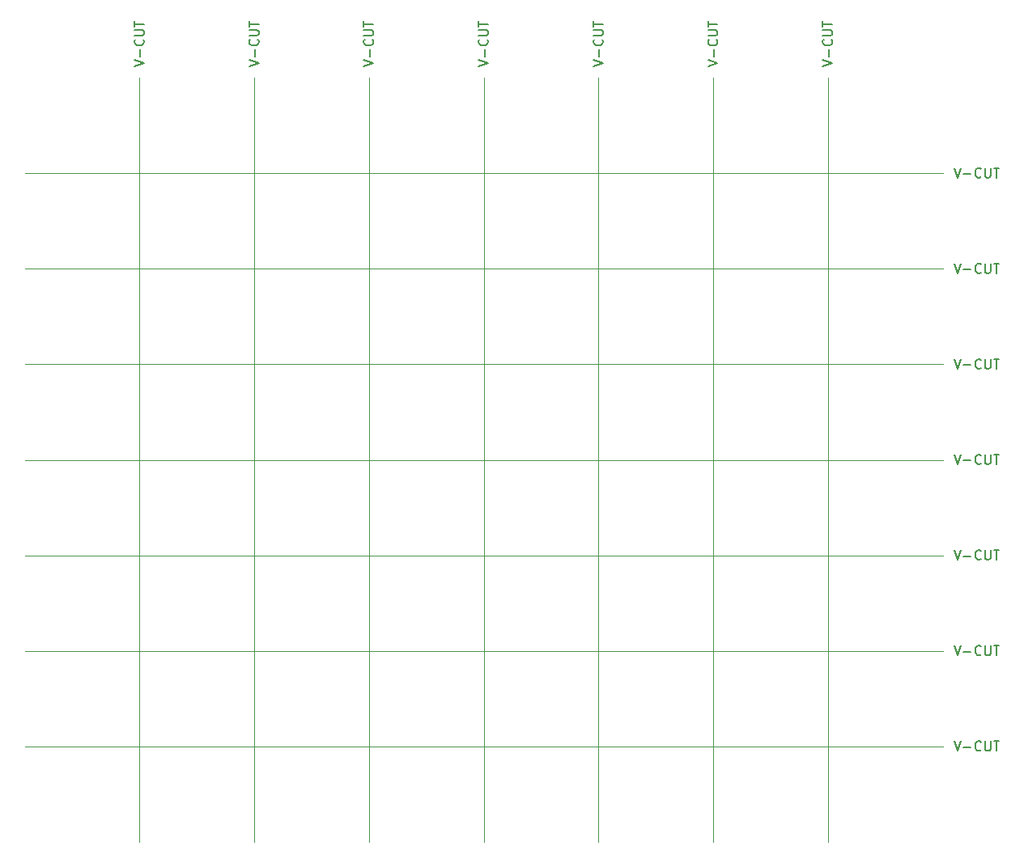
<source format=gbr>
%TF.GenerationSoftware,KiCad,Pcbnew,8.0.5*%
%TF.CreationDate,2024-10-23T08:28:05+02:00*%
%TF.ProjectId,ws2812b_carry,77733238-3132-4625-9f63-617272792e6b,rev?*%
%TF.SameCoordinates,Original*%
%TF.FileFunction,Other,User*%
%FSLAX46Y46*%
G04 Gerber Fmt 4.6, Leading zero omitted, Abs format (unit mm)*
G04 Created by KiCad (PCBNEW 8.0.5) date 2024-10-23 08:28:05*
%MOMM*%
%LPD*%
G01*
G04 APERTURE LIST*
%ADD10C,0.150000*%
%ADD11C,0.100000*%
G04 APERTURE END LIST*
D10*
X147454819Y-23806077D02*
X148454819Y-23472744D01*
X148454819Y-23472744D02*
X147454819Y-23139411D01*
X148073866Y-22806077D02*
X148073866Y-22044173D01*
X148359580Y-20996554D02*
X148407200Y-21044173D01*
X148407200Y-21044173D02*
X148454819Y-21187030D01*
X148454819Y-21187030D02*
X148454819Y-21282268D01*
X148454819Y-21282268D02*
X148407200Y-21425125D01*
X148407200Y-21425125D02*
X148311961Y-21520363D01*
X148311961Y-21520363D02*
X148216723Y-21567982D01*
X148216723Y-21567982D02*
X148026247Y-21615601D01*
X148026247Y-21615601D02*
X147883390Y-21615601D01*
X147883390Y-21615601D02*
X147692914Y-21567982D01*
X147692914Y-21567982D02*
X147597676Y-21520363D01*
X147597676Y-21520363D02*
X147502438Y-21425125D01*
X147502438Y-21425125D02*
X147454819Y-21282268D01*
X147454819Y-21282268D02*
X147454819Y-21187030D01*
X147454819Y-21187030D02*
X147502438Y-21044173D01*
X147502438Y-21044173D02*
X147550057Y-20996554D01*
X147454819Y-20567982D02*
X148264342Y-20567982D01*
X148264342Y-20567982D02*
X148359580Y-20520363D01*
X148359580Y-20520363D02*
X148407200Y-20472744D01*
X148407200Y-20472744D02*
X148454819Y-20377506D01*
X148454819Y-20377506D02*
X148454819Y-20187030D01*
X148454819Y-20187030D02*
X148407200Y-20091792D01*
X148407200Y-20091792D02*
X148359580Y-20044173D01*
X148359580Y-20044173D02*
X148264342Y-19996554D01*
X148264342Y-19996554D02*
X147454819Y-19996554D01*
X147454819Y-19663220D02*
X147454819Y-19091792D01*
X148454819Y-19377506D02*
X147454819Y-19377506D01*
X135454819Y-23806077D02*
X136454819Y-23472744D01*
X136454819Y-23472744D02*
X135454819Y-23139411D01*
X136073866Y-22806077D02*
X136073866Y-22044173D01*
X136359580Y-20996554D02*
X136407200Y-21044173D01*
X136407200Y-21044173D02*
X136454819Y-21187030D01*
X136454819Y-21187030D02*
X136454819Y-21282268D01*
X136454819Y-21282268D02*
X136407200Y-21425125D01*
X136407200Y-21425125D02*
X136311961Y-21520363D01*
X136311961Y-21520363D02*
X136216723Y-21567982D01*
X136216723Y-21567982D02*
X136026247Y-21615601D01*
X136026247Y-21615601D02*
X135883390Y-21615601D01*
X135883390Y-21615601D02*
X135692914Y-21567982D01*
X135692914Y-21567982D02*
X135597676Y-21520363D01*
X135597676Y-21520363D02*
X135502438Y-21425125D01*
X135502438Y-21425125D02*
X135454819Y-21282268D01*
X135454819Y-21282268D02*
X135454819Y-21187030D01*
X135454819Y-21187030D02*
X135502438Y-21044173D01*
X135502438Y-21044173D02*
X135550057Y-20996554D01*
X135454819Y-20567982D02*
X136264342Y-20567982D01*
X136264342Y-20567982D02*
X136359580Y-20520363D01*
X136359580Y-20520363D02*
X136407200Y-20472744D01*
X136407200Y-20472744D02*
X136454819Y-20377506D01*
X136454819Y-20377506D02*
X136454819Y-20187030D01*
X136454819Y-20187030D02*
X136407200Y-20091792D01*
X136407200Y-20091792D02*
X136359580Y-20044173D01*
X136359580Y-20044173D02*
X136264342Y-19996554D01*
X136264342Y-19996554D02*
X135454819Y-19996554D01*
X135454819Y-19663220D02*
X135454819Y-19091792D01*
X136454819Y-19377506D02*
X135454819Y-19377506D01*
X123454819Y-23806077D02*
X124454819Y-23472744D01*
X124454819Y-23472744D02*
X123454819Y-23139411D01*
X124073866Y-22806077D02*
X124073866Y-22044173D01*
X124359580Y-20996554D02*
X124407200Y-21044173D01*
X124407200Y-21044173D02*
X124454819Y-21187030D01*
X124454819Y-21187030D02*
X124454819Y-21282268D01*
X124454819Y-21282268D02*
X124407200Y-21425125D01*
X124407200Y-21425125D02*
X124311961Y-21520363D01*
X124311961Y-21520363D02*
X124216723Y-21567982D01*
X124216723Y-21567982D02*
X124026247Y-21615601D01*
X124026247Y-21615601D02*
X123883390Y-21615601D01*
X123883390Y-21615601D02*
X123692914Y-21567982D01*
X123692914Y-21567982D02*
X123597676Y-21520363D01*
X123597676Y-21520363D02*
X123502438Y-21425125D01*
X123502438Y-21425125D02*
X123454819Y-21282268D01*
X123454819Y-21282268D02*
X123454819Y-21187030D01*
X123454819Y-21187030D02*
X123502438Y-21044173D01*
X123502438Y-21044173D02*
X123550057Y-20996554D01*
X123454819Y-20567982D02*
X124264342Y-20567982D01*
X124264342Y-20567982D02*
X124359580Y-20520363D01*
X124359580Y-20520363D02*
X124407200Y-20472744D01*
X124407200Y-20472744D02*
X124454819Y-20377506D01*
X124454819Y-20377506D02*
X124454819Y-20187030D01*
X124454819Y-20187030D02*
X124407200Y-20091792D01*
X124407200Y-20091792D02*
X124359580Y-20044173D01*
X124359580Y-20044173D02*
X124264342Y-19996554D01*
X124264342Y-19996554D02*
X123454819Y-19996554D01*
X123454819Y-19663220D02*
X123454819Y-19091792D01*
X124454819Y-19377506D02*
X123454819Y-19377506D01*
X111454819Y-23806077D02*
X112454819Y-23472744D01*
X112454819Y-23472744D02*
X111454819Y-23139411D01*
X112073866Y-22806077D02*
X112073866Y-22044173D01*
X112359580Y-20996554D02*
X112407200Y-21044173D01*
X112407200Y-21044173D02*
X112454819Y-21187030D01*
X112454819Y-21187030D02*
X112454819Y-21282268D01*
X112454819Y-21282268D02*
X112407200Y-21425125D01*
X112407200Y-21425125D02*
X112311961Y-21520363D01*
X112311961Y-21520363D02*
X112216723Y-21567982D01*
X112216723Y-21567982D02*
X112026247Y-21615601D01*
X112026247Y-21615601D02*
X111883390Y-21615601D01*
X111883390Y-21615601D02*
X111692914Y-21567982D01*
X111692914Y-21567982D02*
X111597676Y-21520363D01*
X111597676Y-21520363D02*
X111502438Y-21425125D01*
X111502438Y-21425125D02*
X111454819Y-21282268D01*
X111454819Y-21282268D02*
X111454819Y-21187030D01*
X111454819Y-21187030D02*
X111502438Y-21044173D01*
X111502438Y-21044173D02*
X111550057Y-20996554D01*
X111454819Y-20567982D02*
X112264342Y-20567982D01*
X112264342Y-20567982D02*
X112359580Y-20520363D01*
X112359580Y-20520363D02*
X112407200Y-20472744D01*
X112407200Y-20472744D02*
X112454819Y-20377506D01*
X112454819Y-20377506D02*
X112454819Y-20187030D01*
X112454819Y-20187030D02*
X112407200Y-20091792D01*
X112407200Y-20091792D02*
X112359580Y-20044173D01*
X112359580Y-20044173D02*
X112264342Y-19996554D01*
X112264342Y-19996554D02*
X111454819Y-19996554D01*
X111454819Y-19663220D02*
X111454819Y-19091792D01*
X112454819Y-19377506D02*
X111454819Y-19377506D01*
X99454819Y-23806077D02*
X100454819Y-23472744D01*
X100454819Y-23472744D02*
X99454819Y-23139411D01*
X100073866Y-22806077D02*
X100073866Y-22044173D01*
X100359580Y-20996554D02*
X100407200Y-21044173D01*
X100407200Y-21044173D02*
X100454819Y-21187030D01*
X100454819Y-21187030D02*
X100454819Y-21282268D01*
X100454819Y-21282268D02*
X100407200Y-21425125D01*
X100407200Y-21425125D02*
X100311961Y-21520363D01*
X100311961Y-21520363D02*
X100216723Y-21567982D01*
X100216723Y-21567982D02*
X100026247Y-21615601D01*
X100026247Y-21615601D02*
X99883390Y-21615601D01*
X99883390Y-21615601D02*
X99692914Y-21567982D01*
X99692914Y-21567982D02*
X99597676Y-21520363D01*
X99597676Y-21520363D02*
X99502438Y-21425125D01*
X99502438Y-21425125D02*
X99454819Y-21282268D01*
X99454819Y-21282268D02*
X99454819Y-21187030D01*
X99454819Y-21187030D02*
X99502438Y-21044173D01*
X99502438Y-21044173D02*
X99550057Y-20996554D01*
X99454819Y-20567982D02*
X100264342Y-20567982D01*
X100264342Y-20567982D02*
X100359580Y-20520363D01*
X100359580Y-20520363D02*
X100407200Y-20472744D01*
X100407200Y-20472744D02*
X100454819Y-20377506D01*
X100454819Y-20377506D02*
X100454819Y-20187030D01*
X100454819Y-20187030D02*
X100407200Y-20091792D01*
X100407200Y-20091792D02*
X100359580Y-20044173D01*
X100359580Y-20044173D02*
X100264342Y-19996554D01*
X100264342Y-19996554D02*
X99454819Y-19996554D01*
X99454819Y-19663220D02*
X99454819Y-19091792D01*
X100454819Y-19377506D02*
X99454819Y-19377506D01*
X87454819Y-23806077D02*
X88454819Y-23472744D01*
X88454819Y-23472744D02*
X87454819Y-23139411D01*
X88073866Y-22806077D02*
X88073866Y-22044173D01*
X88359580Y-20996554D02*
X88407200Y-21044173D01*
X88407200Y-21044173D02*
X88454819Y-21187030D01*
X88454819Y-21187030D02*
X88454819Y-21282268D01*
X88454819Y-21282268D02*
X88407200Y-21425125D01*
X88407200Y-21425125D02*
X88311961Y-21520363D01*
X88311961Y-21520363D02*
X88216723Y-21567982D01*
X88216723Y-21567982D02*
X88026247Y-21615601D01*
X88026247Y-21615601D02*
X87883390Y-21615601D01*
X87883390Y-21615601D02*
X87692914Y-21567982D01*
X87692914Y-21567982D02*
X87597676Y-21520363D01*
X87597676Y-21520363D02*
X87502438Y-21425125D01*
X87502438Y-21425125D02*
X87454819Y-21282268D01*
X87454819Y-21282268D02*
X87454819Y-21187030D01*
X87454819Y-21187030D02*
X87502438Y-21044173D01*
X87502438Y-21044173D02*
X87550057Y-20996554D01*
X87454819Y-20567982D02*
X88264342Y-20567982D01*
X88264342Y-20567982D02*
X88359580Y-20520363D01*
X88359580Y-20520363D02*
X88407200Y-20472744D01*
X88407200Y-20472744D02*
X88454819Y-20377506D01*
X88454819Y-20377506D02*
X88454819Y-20187030D01*
X88454819Y-20187030D02*
X88407200Y-20091792D01*
X88407200Y-20091792D02*
X88359580Y-20044173D01*
X88359580Y-20044173D02*
X88264342Y-19996554D01*
X88264342Y-19996554D02*
X87454819Y-19996554D01*
X87454819Y-19663220D02*
X87454819Y-19091792D01*
X88454819Y-19377506D02*
X87454819Y-19377506D01*
X75454819Y-23806077D02*
X76454819Y-23472744D01*
X76454819Y-23472744D02*
X75454819Y-23139411D01*
X76073866Y-22806077D02*
X76073866Y-22044173D01*
X76359580Y-20996554D02*
X76407200Y-21044173D01*
X76407200Y-21044173D02*
X76454819Y-21187030D01*
X76454819Y-21187030D02*
X76454819Y-21282268D01*
X76454819Y-21282268D02*
X76407200Y-21425125D01*
X76407200Y-21425125D02*
X76311961Y-21520363D01*
X76311961Y-21520363D02*
X76216723Y-21567982D01*
X76216723Y-21567982D02*
X76026247Y-21615601D01*
X76026247Y-21615601D02*
X75883390Y-21615601D01*
X75883390Y-21615601D02*
X75692914Y-21567982D01*
X75692914Y-21567982D02*
X75597676Y-21520363D01*
X75597676Y-21520363D02*
X75502438Y-21425125D01*
X75502438Y-21425125D02*
X75454819Y-21282268D01*
X75454819Y-21282268D02*
X75454819Y-21187030D01*
X75454819Y-21187030D02*
X75502438Y-21044173D01*
X75502438Y-21044173D02*
X75550057Y-20996554D01*
X75454819Y-20567982D02*
X76264342Y-20567982D01*
X76264342Y-20567982D02*
X76359580Y-20520363D01*
X76359580Y-20520363D02*
X76407200Y-20472744D01*
X76407200Y-20472744D02*
X76454819Y-20377506D01*
X76454819Y-20377506D02*
X76454819Y-20187030D01*
X76454819Y-20187030D02*
X76407200Y-20091792D01*
X76407200Y-20091792D02*
X76359580Y-20044173D01*
X76359580Y-20044173D02*
X76264342Y-19996554D01*
X76264342Y-19996554D02*
X75454819Y-19996554D01*
X75454819Y-19663220D02*
X75454819Y-19091792D01*
X76454819Y-19377506D02*
X75454819Y-19377506D01*
X161193922Y-94454819D02*
X161527255Y-95454819D01*
X161527255Y-95454819D02*
X161860588Y-94454819D01*
X162193922Y-95073866D02*
X162955827Y-95073866D01*
X164003445Y-95359580D02*
X163955826Y-95407200D01*
X163955826Y-95407200D02*
X163812969Y-95454819D01*
X163812969Y-95454819D02*
X163717731Y-95454819D01*
X163717731Y-95454819D02*
X163574874Y-95407200D01*
X163574874Y-95407200D02*
X163479636Y-95311961D01*
X163479636Y-95311961D02*
X163432017Y-95216723D01*
X163432017Y-95216723D02*
X163384398Y-95026247D01*
X163384398Y-95026247D02*
X163384398Y-94883390D01*
X163384398Y-94883390D02*
X163432017Y-94692914D01*
X163432017Y-94692914D02*
X163479636Y-94597676D01*
X163479636Y-94597676D02*
X163574874Y-94502438D01*
X163574874Y-94502438D02*
X163717731Y-94454819D01*
X163717731Y-94454819D02*
X163812969Y-94454819D01*
X163812969Y-94454819D02*
X163955826Y-94502438D01*
X163955826Y-94502438D02*
X164003445Y-94550057D01*
X164432017Y-94454819D02*
X164432017Y-95264342D01*
X164432017Y-95264342D02*
X164479636Y-95359580D01*
X164479636Y-95359580D02*
X164527255Y-95407200D01*
X164527255Y-95407200D02*
X164622493Y-95454819D01*
X164622493Y-95454819D02*
X164812969Y-95454819D01*
X164812969Y-95454819D02*
X164908207Y-95407200D01*
X164908207Y-95407200D02*
X164955826Y-95359580D01*
X164955826Y-95359580D02*
X165003445Y-95264342D01*
X165003445Y-95264342D02*
X165003445Y-94454819D01*
X165336779Y-94454819D02*
X165908207Y-94454819D01*
X165622493Y-95454819D02*
X165622493Y-94454819D01*
X161193922Y-84454819D02*
X161527255Y-85454819D01*
X161527255Y-85454819D02*
X161860588Y-84454819D01*
X162193922Y-85073866D02*
X162955827Y-85073866D01*
X164003445Y-85359580D02*
X163955826Y-85407200D01*
X163955826Y-85407200D02*
X163812969Y-85454819D01*
X163812969Y-85454819D02*
X163717731Y-85454819D01*
X163717731Y-85454819D02*
X163574874Y-85407200D01*
X163574874Y-85407200D02*
X163479636Y-85311961D01*
X163479636Y-85311961D02*
X163432017Y-85216723D01*
X163432017Y-85216723D02*
X163384398Y-85026247D01*
X163384398Y-85026247D02*
X163384398Y-84883390D01*
X163384398Y-84883390D02*
X163432017Y-84692914D01*
X163432017Y-84692914D02*
X163479636Y-84597676D01*
X163479636Y-84597676D02*
X163574874Y-84502438D01*
X163574874Y-84502438D02*
X163717731Y-84454819D01*
X163717731Y-84454819D02*
X163812969Y-84454819D01*
X163812969Y-84454819D02*
X163955826Y-84502438D01*
X163955826Y-84502438D02*
X164003445Y-84550057D01*
X164432017Y-84454819D02*
X164432017Y-85264342D01*
X164432017Y-85264342D02*
X164479636Y-85359580D01*
X164479636Y-85359580D02*
X164527255Y-85407200D01*
X164527255Y-85407200D02*
X164622493Y-85454819D01*
X164622493Y-85454819D02*
X164812969Y-85454819D01*
X164812969Y-85454819D02*
X164908207Y-85407200D01*
X164908207Y-85407200D02*
X164955826Y-85359580D01*
X164955826Y-85359580D02*
X165003445Y-85264342D01*
X165003445Y-85264342D02*
X165003445Y-84454819D01*
X165336779Y-84454819D02*
X165908207Y-84454819D01*
X165622493Y-85454819D02*
X165622493Y-84454819D01*
X161193922Y-74454819D02*
X161527255Y-75454819D01*
X161527255Y-75454819D02*
X161860588Y-74454819D01*
X162193922Y-75073866D02*
X162955827Y-75073866D01*
X164003445Y-75359580D02*
X163955826Y-75407200D01*
X163955826Y-75407200D02*
X163812969Y-75454819D01*
X163812969Y-75454819D02*
X163717731Y-75454819D01*
X163717731Y-75454819D02*
X163574874Y-75407200D01*
X163574874Y-75407200D02*
X163479636Y-75311961D01*
X163479636Y-75311961D02*
X163432017Y-75216723D01*
X163432017Y-75216723D02*
X163384398Y-75026247D01*
X163384398Y-75026247D02*
X163384398Y-74883390D01*
X163384398Y-74883390D02*
X163432017Y-74692914D01*
X163432017Y-74692914D02*
X163479636Y-74597676D01*
X163479636Y-74597676D02*
X163574874Y-74502438D01*
X163574874Y-74502438D02*
X163717731Y-74454819D01*
X163717731Y-74454819D02*
X163812969Y-74454819D01*
X163812969Y-74454819D02*
X163955826Y-74502438D01*
X163955826Y-74502438D02*
X164003445Y-74550057D01*
X164432017Y-74454819D02*
X164432017Y-75264342D01*
X164432017Y-75264342D02*
X164479636Y-75359580D01*
X164479636Y-75359580D02*
X164527255Y-75407200D01*
X164527255Y-75407200D02*
X164622493Y-75454819D01*
X164622493Y-75454819D02*
X164812969Y-75454819D01*
X164812969Y-75454819D02*
X164908207Y-75407200D01*
X164908207Y-75407200D02*
X164955826Y-75359580D01*
X164955826Y-75359580D02*
X165003445Y-75264342D01*
X165003445Y-75264342D02*
X165003445Y-74454819D01*
X165336779Y-74454819D02*
X165908207Y-74454819D01*
X165622493Y-75454819D02*
X165622493Y-74454819D01*
X161193922Y-64454819D02*
X161527255Y-65454819D01*
X161527255Y-65454819D02*
X161860588Y-64454819D01*
X162193922Y-65073866D02*
X162955827Y-65073866D01*
X164003445Y-65359580D02*
X163955826Y-65407200D01*
X163955826Y-65407200D02*
X163812969Y-65454819D01*
X163812969Y-65454819D02*
X163717731Y-65454819D01*
X163717731Y-65454819D02*
X163574874Y-65407200D01*
X163574874Y-65407200D02*
X163479636Y-65311961D01*
X163479636Y-65311961D02*
X163432017Y-65216723D01*
X163432017Y-65216723D02*
X163384398Y-65026247D01*
X163384398Y-65026247D02*
X163384398Y-64883390D01*
X163384398Y-64883390D02*
X163432017Y-64692914D01*
X163432017Y-64692914D02*
X163479636Y-64597676D01*
X163479636Y-64597676D02*
X163574874Y-64502438D01*
X163574874Y-64502438D02*
X163717731Y-64454819D01*
X163717731Y-64454819D02*
X163812969Y-64454819D01*
X163812969Y-64454819D02*
X163955826Y-64502438D01*
X163955826Y-64502438D02*
X164003445Y-64550057D01*
X164432017Y-64454819D02*
X164432017Y-65264342D01*
X164432017Y-65264342D02*
X164479636Y-65359580D01*
X164479636Y-65359580D02*
X164527255Y-65407200D01*
X164527255Y-65407200D02*
X164622493Y-65454819D01*
X164622493Y-65454819D02*
X164812969Y-65454819D01*
X164812969Y-65454819D02*
X164908207Y-65407200D01*
X164908207Y-65407200D02*
X164955826Y-65359580D01*
X164955826Y-65359580D02*
X165003445Y-65264342D01*
X165003445Y-65264342D02*
X165003445Y-64454819D01*
X165336779Y-64454819D02*
X165908207Y-64454819D01*
X165622493Y-65454819D02*
X165622493Y-64454819D01*
X161193922Y-54454819D02*
X161527255Y-55454819D01*
X161527255Y-55454819D02*
X161860588Y-54454819D01*
X162193922Y-55073866D02*
X162955827Y-55073866D01*
X164003445Y-55359580D02*
X163955826Y-55407200D01*
X163955826Y-55407200D02*
X163812969Y-55454819D01*
X163812969Y-55454819D02*
X163717731Y-55454819D01*
X163717731Y-55454819D02*
X163574874Y-55407200D01*
X163574874Y-55407200D02*
X163479636Y-55311961D01*
X163479636Y-55311961D02*
X163432017Y-55216723D01*
X163432017Y-55216723D02*
X163384398Y-55026247D01*
X163384398Y-55026247D02*
X163384398Y-54883390D01*
X163384398Y-54883390D02*
X163432017Y-54692914D01*
X163432017Y-54692914D02*
X163479636Y-54597676D01*
X163479636Y-54597676D02*
X163574874Y-54502438D01*
X163574874Y-54502438D02*
X163717731Y-54454819D01*
X163717731Y-54454819D02*
X163812969Y-54454819D01*
X163812969Y-54454819D02*
X163955826Y-54502438D01*
X163955826Y-54502438D02*
X164003445Y-54550057D01*
X164432017Y-54454819D02*
X164432017Y-55264342D01*
X164432017Y-55264342D02*
X164479636Y-55359580D01*
X164479636Y-55359580D02*
X164527255Y-55407200D01*
X164527255Y-55407200D02*
X164622493Y-55454819D01*
X164622493Y-55454819D02*
X164812969Y-55454819D01*
X164812969Y-55454819D02*
X164908207Y-55407200D01*
X164908207Y-55407200D02*
X164955826Y-55359580D01*
X164955826Y-55359580D02*
X165003445Y-55264342D01*
X165003445Y-55264342D02*
X165003445Y-54454819D01*
X165336779Y-54454819D02*
X165908207Y-54454819D01*
X165622493Y-55454819D02*
X165622493Y-54454819D01*
X161193922Y-44454819D02*
X161527255Y-45454819D01*
X161527255Y-45454819D02*
X161860588Y-44454819D01*
X162193922Y-45073866D02*
X162955827Y-45073866D01*
X164003445Y-45359580D02*
X163955826Y-45407200D01*
X163955826Y-45407200D02*
X163812969Y-45454819D01*
X163812969Y-45454819D02*
X163717731Y-45454819D01*
X163717731Y-45454819D02*
X163574874Y-45407200D01*
X163574874Y-45407200D02*
X163479636Y-45311961D01*
X163479636Y-45311961D02*
X163432017Y-45216723D01*
X163432017Y-45216723D02*
X163384398Y-45026247D01*
X163384398Y-45026247D02*
X163384398Y-44883390D01*
X163384398Y-44883390D02*
X163432017Y-44692914D01*
X163432017Y-44692914D02*
X163479636Y-44597676D01*
X163479636Y-44597676D02*
X163574874Y-44502438D01*
X163574874Y-44502438D02*
X163717731Y-44454819D01*
X163717731Y-44454819D02*
X163812969Y-44454819D01*
X163812969Y-44454819D02*
X163955826Y-44502438D01*
X163955826Y-44502438D02*
X164003445Y-44550057D01*
X164432017Y-44454819D02*
X164432017Y-45264342D01*
X164432017Y-45264342D02*
X164479636Y-45359580D01*
X164479636Y-45359580D02*
X164527255Y-45407200D01*
X164527255Y-45407200D02*
X164622493Y-45454819D01*
X164622493Y-45454819D02*
X164812969Y-45454819D01*
X164812969Y-45454819D02*
X164908207Y-45407200D01*
X164908207Y-45407200D02*
X164955826Y-45359580D01*
X164955826Y-45359580D02*
X165003445Y-45264342D01*
X165003445Y-45264342D02*
X165003445Y-44454819D01*
X165336779Y-44454819D02*
X165908207Y-44454819D01*
X165622493Y-45454819D02*
X165622493Y-44454819D01*
X161193922Y-34454819D02*
X161527255Y-35454819D01*
X161527255Y-35454819D02*
X161860588Y-34454819D01*
X162193922Y-35073866D02*
X162955827Y-35073866D01*
X164003445Y-35359580D02*
X163955826Y-35407200D01*
X163955826Y-35407200D02*
X163812969Y-35454819D01*
X163812969Y-35454819D02*
X163717731Y-35454819D01*
X163717731Y-35454819D02*
X163574874Y-35407200D01*
X163574874Y-35407200D02*
X163479636Y-35311961D01*
X163479636Y-35311961D02*
X163432017Y-35216723D01*
X163432017Y-35216723D02*
X163384398Y-35026247D01*
X163384398Y-35026247D02*
X163384398Y-34883390D01*
X163384398Y-34883390D02*
X163432017Y-34692914D01*
X163432017Y-34692914D02*
X163479636Y-34597676D01*
X163479636Y-34597676D02*
X163574874Y-34502438D01*
X163574874Y-34502438D02*
X163717731Y-34454819D01*
X163717731Y-34454819D02*
X163812969Y-34454819D01*
X163812969Y-34454819D02*
X163955826Y-34502438D01*
X163955826Y-34502438D02*
X164003445Y-34550057D01*
X164432017Y-34454819D02*
X164432017Y-35264342D01*
X164432017Y-35264342D02*
X164479636Y-35359580D01*
X164479636Y-35359580D02*
X164527255Y-35407200D01*
X164527255Y-35407200D02*
X164622493Y-35454819D01*
X164622493Y-35454819D02*
X164812969Y-35454819D01*
X164812969Y-35454819D02*
X164908207Y-35407200D01*
X164908207Y-35407200D02*
X164955826Y-35359580D01*
X164955826Y-35359580D02*
X165003445Y-35264342D01*
X165003445Y-35264342D02*
X165003445Y-34454819D01*
X165336779Y-34454819D02*
X165908207Y-34454819D01*
X165622493Y-35454819D02*
X165622493Y-34454819D01*
D11*
X100000000Y-25000000D02*
X100000000Y-105000000D01*
X112000000Y-105000000D02*
X112000000Y-25000000D01*
X136000000Y-105000000D02*
X136000000Y-25000000D01*
X160000000Y-95000000D02*
X64000000Y-95000000D01*
X64000000Y-85000000D02*
X160000000Y-85000000D01*
X124000000Y-25000000D02*
X124000000Y-105000000D01*
X64000000Y-45000000D02*
X160000000Y-45000000D01*
X64000000Y-65000000D02*
X160000000Y-65000000D01*
X160000000Y-55000000D02*
X64000000Y-55000000D01*
X88000000Y-105000000D02*
X88000000Y-25000000D01*
X76000000Y-25000000D02*
X76000000Y-105000000D01*
X148000000Y-25000000D02*
X148000000Y-105000000D01*
X160000000Y-35000000D02*
X64000000Y-35000000D01*
X160000000Y-75000000D02*
X64000000Y-75000000D01*
M02*

</source>
